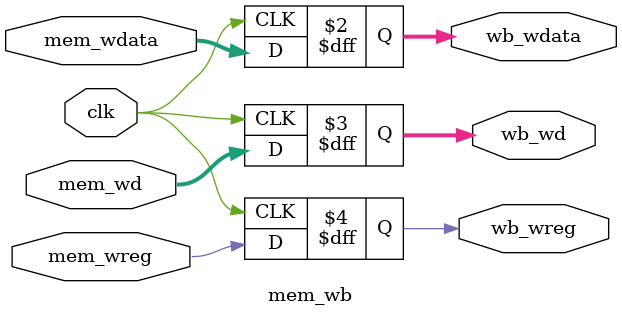
<source format=v>
`timescale 1ns / 1ps



module mem_wb(
    input wire clk,
    input wire[31:0] mem_wdata,
    input wire[4:0] mem_wd,
    input wire mem_wreg,
    output reg[31:0] wb_wdata,
    output reg[4:0] wb_wd,
    output reg wb_wreg
    );
    always@(posedge clk)begin
        wb_wdata <= mem_wdata;
        wb_wd <= mem_wd;
        wb_wreg <= mem_wreg;
    end
endmodule

</source>
